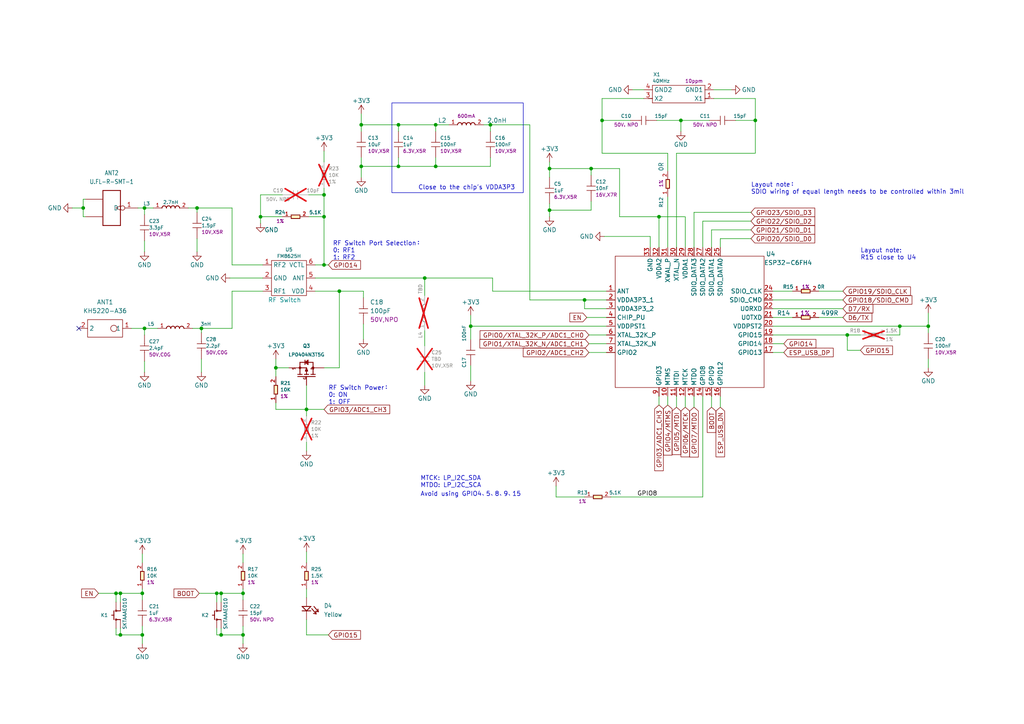
<source format=kicad_sch>
(kicad_sch (version 20250114) (generator "eeschema") (generator_version "9.0")
  (paper "A4")
  (rectangle (start 113.665 29.845) (end 151.765 55.88))
  (text "Avoid using GPIO4、5、8、9、15" (at 121.92 144.145 0) (effects (font (size 1.27 1.27)) (justify left bottom)))
  (text "RF Switch Power：\n0: ON\n1: OFF" (at 95.25 117.475 0) (effects (font (size 1.27 1.27)) (justify left bottom)))
  (text "Layout note:\nR15 close to U4" (at 249.555 75.565 0) (effects (font (size 1.27 1.27)) (justify left bottom)))
  (text "Close to the chip's VDDA3P3" (at 121.285 55.245 0) (effects (font (size 1.27 1.27)) (justify left bottom)))
  (text "Layout note：\nSDIO wiring of equal length needs to be controlled within 3mil" (at 217.805 56.515 0) (effects (font (size 1.27 1.27)) (justify left bottom)))
  (text "RF Switch Port Selection：\n0: RF1\n1: RF2" (at 96.52 75.565 0) (effects (font (size 1.27 1.27)) (justify left bottom)))
  (text "MTCK: LP_I2C_SDA\nMTDO: LP_I2C_SCA" (at 121.92 141.605 0) (effects (font (size 1.27 1.27)) (justify left bottom)))
  (junction (at 41.91 95.25))
  (junction (at 88.9 118.745))
  (junction (at 126.365 48.26))
  (junction (at 33.655 172.085))
  (junction (at 245.745 97.155))
  (junction (at 98.425 84.455))
  (junction (at 70.485 184.15))
  (junction (at 104.775 36.195))
  (junction (at 115.57 36.195))
  (junction (at 197.485 34.925))
  (junction (at 126.365 36.195))
  (junction (at 62.865 172.085))
  (junction (at 159.385 60.96))
  (junction (at 123.19 80.645))
  (junction (at 104.775 48.26))
  (junction (at 191.135 62.865))
  (junction (at 57.15 60.325))
  (junction (at 269.24 94.615))
  (junction (at 75.565 62.865))
  (junction (at 58.42 95.25))
  (junction (at 41.275 184.15))
  (junction (at 93.98 56.515))
  (junction (at 64.135 184.15))
  (junction (at 219.075 34.925))
  (junction (at 159.385 48.895))
  (junction (at 41.275 172.085))
  (junction (at 64.135 172.085))
  (junction (at 174.625 34.925))
  (junction (at 93.98 62.865))
  (junction (at 93.98 76.835))
  (junction (at 136.525 94.615))
  (junction (at 80.01 106.68))
  (junction (at 169.545 86.995))
  (junction (at 115.57 48.26))
  (junction (at 34.925 172.085))
  (junction (at 260.985 94.615))
  (junction (at 24.13 60.325))
  (junction (at 41.91 60.325))
  (junction (at 171.45 48.895))
  (junction (at 142.24 36.195))
  (junction (at 34.925 184.15))
  (junction (at 70.485 172.085))
  (no_connect (at 22.86 95.25))
  (wire (pts (xy 33.655 172.085) (xy 34.925 172.085)))
  (wire (pts (xy 201.295 61.595) (xy 201.295 71.755)))
  (wire (pts (xy 88.9 128.27) (xy 88.9 130.81)))
  (wire (pts (xy 115.57 36.195) (xy 115.57 38.1)))
  (wire (pts (xy 245.745 101.6) (xy 245.745 97.155)))
  (wire (pts (xy 34.925 182.245) (xy 34.925 184.15)))
  (wire (pts (xy 88.9 160.02) (xy 88.9 163.195)))
  (wire (pts (xy 24.13 62.865) (xy 24.13 60.325)))
  (wire (pts (xy 67.31 76.835) (xy 67.31 60.325)))
  (wire (pts (xy 237.49 92.075) (xy 244.475 92.075)))
  (wire (pts (xy 179.705 48.895) (xy 171.45 48.895)))
  (wire (pts (xy 136.525 91.44) (xy 136.525 94.615)))
  (wire (pts (xy 58.42 104.14) (xy 58.42 107.95)))
  (wire (pts (xy 33.655 182.245) (xy 33.655 184.15)))
  (wire (pts (xy 193.675 44.45) (xy 193.675 49.53)))
  (wire (pts (xy 93.98 106.68) (xy 98.425 106.68)))
  (wire (pts (xy 64.135 172.085) (xy 64.135 174.625)))
  (wire (pts (xy 80.01 106.68) (xy 83.82 106.68)))
  (wire (pts (xy 177.165 144.145) (xy 203.835 144.145)))
  (wire (pts (xy 169.545 89.535) (xy 169.545 86.995)))
  (wire (pts (xy 34.925 184.15) (xy 41.275 184.15)))
  (wire (pts (xy 174.625 34.925) (xy 174.625 44.45)))
  (wire (pts (xy 93.98 56.515) (xy 93.98 62.865)))
  (wire (pts (xy 206.375 114.935) (xy 206.375 118.11)))
  (wire (pts (xy 175.895 89.535) (xy 169.545 89.535)))
  (wire (pts (xy 80.01 106.68) (xy 80.01 109.22)))
  (wire (pts (xy 174.625 28.575) (xy 174.625 34.925)))
  (wire (pts (xy 224.155 102.235) (xy 227.33 102.235)))
  (wire (pts (xy 186.69 28.575) (xy 174.625 28.575)))
  (wire (pts (xy 224.155 92.075) (xy 229.87 92.075)))
  (wire (pts (xy 91.44 84.455) (xy 98.425 84.455)))
  (wire (pts (xy 123.19 80.645) (xy 123.19 85.725)))
  (wire (pts (xy 170.815 97.155) (xy 175.895 97.155)))
  (wire (pts (xy 213.36 34.925) (xy 219.075 34.925)))
  (wire (pts (xy 41.91 95.25) (xy 41.91 97.155)))
  (wire (pts (xy 70.485 170.815) (xy 70.485 172.085)))
  (wire (pts (xy 140.335 36.195) (xy 142.24 36.195)))
  (wire (pts (xy 24.13 60.325) (xy 24.13 57.785)))
  (wire (pts (xy 123.19 95.885) (xy 123.19 100.33)))
  (wire (pts (xy 38.1 95.25) (xy 41.91 95.25)))
  (wire (pts (xy 197.485 34.925) (xy 197.485 38.1)))
  (wire (pts (xy 198.755 62.865) (xy 191.135 62.865)))
  (wire (pts (xy 88.9 184.15) (xy 95.25 184.15)))
  (wire (pts (xy 175.895 84.455) (xy 142.875 84.455)))
  (wire (pts (xy 70.485 172.085) (xy 70.485 173.99)))
  (wire (pts (xy 70.485 160.655) (xy 70.485 163.195)))
  (wire (pts (xy 136.525 94.615) (xy 136.525 98.425)))
  (wire (pts (xy 105.41 93.98) (xy 105.41 98.425)))
  (wire (pts (xy 224.155 84.455) (xy 229.87 84.455)))
  (wire (pts (xy 33.655 174.625) (xy 33.655 172.085)))
  (wire (pts (xy 237.49 84.455) (xy 244.475 84.455)))
  (wire (pts (xy 123.19 107.95) (xy 123.19 111.76)))
  (wire (pts (xy 115.57 48.26) (xy 126.365 48.26)))
  (wire (pts (xy 67.31 60.325) (xy 57.15 60.325)))
  (wire (pts (xy 58.42 95.25) (xy 58.42 96.52)))
  (wire (pts (xy 171.45 48.895) (xy 171.45 50.8)))
  (wire (pts (xy 80.01 116.84) (xy 80.01 118.745)))
  (wire (pts (xy 136.525 106.045) (xy 136.525 110.49)))
  (wire (pts (xy 174.625 34.925) (xy 182.88 34.925)))
  (wire (pts (xy 198.755 71.755) (xy 198.755 62.865)))
  (wire (pts (xy 80.01 118.745) (xy 88.9 118.745)))
  (wire (pts (xy 115.57 45.72) (xy 115.57 48.26)))
  (wire (pts (xy 93.98 54.61) (xy 93.98 56.515)))
  (wire (pts (xy 105.41 84.455) (xy 98.425 84.455)))
  (wire (pts (xy 171.45 48.895) (xy 159.385 48.895)))
  (wire (pts (xy 208.915 114.935) (xy 208.915 118.11)))
  (wire (pts (xy 219.075 28.575) (xy 219.075 34.925)))
  (wire (pts (xy 41.275 184.15) (xy 41.275 186.69)))
  (wire (pts (xy 201.295 114.935) (xy 201.295 118.11)))
  (wire (pts (xy 175.26 68.58) (xy 188.595 68.58)))
  (wire (pts (xy 203.835 64.135) (xy 217.805 64.135)))
  (wire (pts (xy 104.775 45.72) (xy 104.775 48.26)))
  (wire (pts (xy 57.785 172.085) (xy 62.865 172.085)))
  (wire (pts (xy 153.67 86.995) (xy 169.545 86.995)))
  (wire (pts (xy 81.915 56.515) (xy 75.565 56.515)))
  (wire (pts (xy 41.275 170.815) (xy 41.275 172.085)))
  (wire (pts (xy 269.24 90.805) (xy 269.24 94.615)))
  (wire (pts (xy 217.805 66.675) (xy 206.375 66.675)))
  (wire (pts (xy 89.535 62.865) (xy 93.98 62.865)))
  (wire (pts (xy 93.98 43.815) (xy 93.98 46.99)))
  (wire (pts (xy 70.485 181.61) (xy 70.485 184.15)))
  (wire (pts (xy 80.01 104.14) (xy 80.01 106.68)))
  (wire (pts (xy 260.985 97.155) (xy 260.985 94.615)))
  (wire (pts (xy 224.155 99.695) (xy 227.33 99.695)))
  (wire (pts (xy 193.675 57.15) (xy 193.675 71.755)))
  (wire (pts (xy 62.865 174.625) (xy 62.865 172.085)))
  (wire (pts (xy 41.91 60.325) (xy 44.45 60.325)))
  (wire (pts (xy 91.44 76.835) (xy 93.98 76.835)))
  (wire (pts (xy 88.9 179.705) (xy 88.9 184.15)))
  (wire (pts (xy 136.525 94.615) (xy 175.895 94.615)))
  (wire (pts (xy 55.88 95.25) (xy 58.42 95.25)))
  (wire (pts (xy 224.155 86.995) (xy 244.475 86.995)))
  (wire (pts (xy 126.365 36.195) (xy 130.175 36.195)))
  (wire (pts (xy 183.515 26.035) (xy 186.69 26.035)))
  (wire (pts (xy 41.275 181.61) (xy 41.275 184.15)))
  (wire (pts (xy 75.565 56.515) (xy 75.565 62.865)))
  (wire (pts (xy 34.925 184.15) (xy 33.655 184.15)))
  (wire (pts (xy 224.155 97.155) (xy 245.745 97.155)))
  (wire (pts (xy 159.385 59.055) (xy 159.385 60.96)))
  (wire (pts (xy 104.775 33.02) (xy 104.775 36.195)))
  (wire (pts (xy 88.9 118.745) (xy 88.9 120.65)))
  (wire (pts (xy 161.29 140.97) (xy 161.29 144.145)))
  (wire (pts (xy 206.375 66.675) (xy 206.375 71.755)))
  (wire (pts (xy 159.385 60.96) (xy 159.385 62.865)))
  (wire (pts (xy 123.19 80.645) (xy 142.875 80.645)))
  (wire (pts (xy 41.91 95.25) (xy 45.72 95.25)))
  (wire (pts (xy 224.155 94.615) (xy 260.985 94.615)))
  (wire (pts (xy 269.24 94.615) (xy 269.24 96.52)))
  (wire (pts (xy 171.45 60.96) (xy 159.385 60.96)))
  (wire (pts (xy 54.61 60.325) (xy 57.15 60.325)))
  (wire (pts (xy 81.915 62.865) (xy 75.565 62.865)))
  (wire (pts (xy 179.705 62.865) (xy 179.705 48.895)))
  (wire (pts (xy 191.135 62.865) (xy 179.705 62.865)))
  (wire (pts (xy 224.155 89.535) (xy 244.475 89.535)))
  (wire (pts (xy 142.24 36.195) (xy 142.24 38.1)))
  (wire (pts (xy 208.915 69.215) (xy 208.915 71.755)))
  (wire (pts (xy 24.13 57.785) (xy 24.765 57.785)))
  (wire (pts (xy 196.215 114.935) (xy 196.215 118.11)))
  (wire (pts (xy 249.555 101.6) (xy 245.745 101.6)))
  (wire (pts (xy 75.565 62.865) (xy 75.565 64.77)))
  (wire (pts (xy 159.385 46.99) (xy 159.385 48.895)))
  (wire (pts (xy 190.5 34.925) (xy 197.485 34.925)))
  (wire (pts (xy 62.865 182.245) (xy 62.865 184.15)))
  (wire (pts (xy 170.815 102.235) (xy 175.895 102.235)))
  (wire (pts (xy 34.925 172.085) (xy 41.275 172.085)))
  (wire (pts (xy 41.275 160.655) (xy 41.275 163.195)))
  (wire (pts (xy 196.215 44.45) (xy 196.215 71.755)))
  (wire (pts (xy 64.135 172.085) (xy 70.485 172.085)))
  (wire (pts (xy 104.775 48.26) (xy 115.57 48.26)))
  (wire (pts (xy 98.425 84.455) (xy 98.425 106.68)))
  (wire (pts (xy 66.675 80.645) (xy 76.2 80.645)))
  (wire (pts (xy 219.075 34.925) (xy 219.075 44.45)))
  (wire (pts (xy 142.875 84.455) (xy 142.875 80.645)))
  (wire (pts (xy 104.775 36.195) (xy 115.57 36.195)))
  (wire (pts (xy 207.01 28.575) (xy 219.075 28.575)))
  (wire (pts (xy 105.41 84.455) (xy 105.41 86.36)))
  (wire (pts (xy 126.365 45.72) (xy 126.365 48.26)))
  (wire (pts (xy 257.175 97.155) (xy 260.985 97.155)))
  (wire (pts (xy 20.955 60.325) (xy 24.13 60.325)))
  (wire (pts (xy 64.135 182.245) (xy 64.135 184.15)))
  (wire (pts (xy 171.45 58.42) (xy 171.45 60.96)))
  (wire (pts (xy 64.135 184.15) (xy 62.865 184.15)))
  (wire (pts (xy 142.24 45.72) (xy 142.24 48.26)))
  (wire (pts (xy 67.31 84.455) (xy 76.2 84.455)))
  (wire (pts (xy 62.865 172.085) (xy 64.135 172.085)))
  (wire (pts (xy 70.485 184.15) (xy 70.485 186.69)))
  (wire (pts (xy 207.01 26.035) (xy 212.09 26.035)))
  (wire (pts (xy 159.385 48.895) (xy 159.385 51.435)))
  (wire (pts (xy 57.15 69.215) (xy 57.15 73.025)))
  (wire (pts (xy 88.9 170.815) (xy 88.9 173.355)))
  (wire (pts (xy 40.005 60.325) (xy 41.91 60.325)))
  (wire (pts (xy 104.775 36.195) (xy 104.775 38.1)))
  (wire (pts (xy 115.57 36.195) (xy 126.365 36.195)))
  (wire (pts (xy 57.15 60.325) (xy 57.15 61.595)))
  (wire (pts (xy 169.545 86.995) (xy 175.895 86.995)))
  (wire (pts (xy 191.135 62.865) (xy 191.135 71.755)))
  (wire (pts (xy 197.485 34.925) (xy 205.74 34.925)))
  (wire (pts (xy 28.575 172.085) (xy 33.655 172.085)))
  (wire (pts (xy 67.31 84.455) (xy 67.31 95.25)))
  (wire (pts (xy 170.18 92.075) (xy 175.895 92.075)))
  (wire (pts (xy 64.135 184.15) (xy 70.485 184.15)))
  (wire (pts (xy 245.745 97.155) (xy 249.555 97.155)))
  (wire (pts (xy 219.075 44.45) (xy 196.215 44.45)))
  (wire (pts (xy 88.9 118.745) (xy 93.98 118.745)))
  (wire (pts (xy 104.775 48.26) (xy 104.775 51.435)))
  (wire (pts (xy 41.91 69.85) (xy 41.91 73.025)))
  (wire (pts (xy 126.365 36.195) (xy 126.365 38.1)))
  (wire (pts (xy 93.98 76.835) (xy 95.25 76.835)))
  (wire (pts (xy 193.675 114.935) (xy 193.675 117.475)))
  (wire (pts (xy 170.815 99.695) (xy 175.895 99.695)))
  (wire (pts (xy 153.67 36.195) (xy 153.67 86.995)))
  (wire (pts (xy 260.985 94.615) (xy 269.24 94.615)))
  (wire (pts (xy 67.31 95.25) (xy 58.42 95.25)))
  (wire (pts (xy 142.24 36.195) (xy 153.67 36.195)))
  (wire (pts (xy 174.625 44.45) (xy 193.675 44.45)))
  (wire (pts (xy 217.805 61.595) (xy 201.295 61.595)))
  (wire (pts (xy 142.24 48.26) (xy 126.365 48.26)))
  (wire (pts (xy 41.91 104.775) (xy 41.91 107.95)))
  (wire (pts (xy 34.925 172.085) (xy 34.925 174.625)))
  (wire (pts (xy 161.29 144.145) (xy 169.545 144.145)))
  (wire (pts (xy 88.9 118.745) (xy 88.9 111.76)))
  (wire (pts (xy 93.98 62.865) (xy 93.98 76.835)))
  (wire (pts (xy 203.835 71.755) (xy 203.835 64.135)))
  (wire (pts (xy 203.835 144.145) (xy 203.835 114.935)))
  (wire (pts (xy 89.535 56.515) (xy 93.98 56.515)))
  (wire (pts (xy 191.135 114.935) (xy 191.135 117.475)))
  (wire (pts (xy 76.2 76.835) (xy 67.31 76.835)))
  (wire (pts (xy 91.44 80.645) (xy 123.19 80.645)))
  (wire (pts (xy 24.765 62.865) (xy 24.13 62.865)))
  (wire (pts (xy 217.805 69.215) (xy 208.915 69.215)))
  (wire (pts (xy 41.91 60.325) (xy 41.91 62.23)))
  (wire (pts (xy 188.595 68.58) (xy 188.595 71.755)))
  (wire (pts (xy 269.24 104.14) (xy 269.24 106.68)))
  (wire (pts (xy 198.755 114.935) (xy 198.755 118.11)))
  (wire (pts (xy 41.275 172.085) (xy 41.275 173.99)))
  (label "GPIO8" (at 184.785 144.145 0))
  (global_label "GPIO23{slash}SDIO_D3" (shape input) (at 217.805 61.595 0) (property "Intersheetrefs" "${INTERSHEET_REFS}" (effects (hide yes))))
  (global_label "BOOT" (shape input) (at 206.375 118.11 270) (property "Intersheetrefs" "${INTERSHEET_REFS}" (effects (hide yes))))
  (global_label "BOOT" (shape input) (at 57.785 172.085 180) (property "Intersheetrefs" "${INTERSHEET_REFS}" (effects (hide yes))))
  (global_label "GPIO3{slash}ADC1_CH3" (shape input) (at 93.98 118.745 0) (property "Intersheetrefs" "${INTERSHEET_REFS}" (effects (hide yes))))
  (global_label "D7{slash}RX" (shape input) (at 244.475 89.535 0) (property "Intersheetrefs" "${INTERSHEET_REFS}" (effects (hide yes))))
  (global_label "GPIO3{slash}ADC1_CH3" (shape input) (at 191.135 117.475 270) (property "Intersheetrefs" "${INTERSHEET_REFS}" (effects (hide yes))))
  (global_label "GPIO4{slash}MTMS" (shape input) (at 193.675 117.475 270) (property "Intersheetrefs" "${INTERSHEET_REFS}" (effects (hide yes))))
  (global_label "GPIO0{slash}XTAL_32K_P{slash}ADC1_CH0" (shape input) (at 170.815 97.155 180) (property "Intersheetrefs" "${INTERSHEET_REFS}" (effects (hide yes))))
  (global_label "ESP_USB_DP" (shape input) (at 227.33 102.235 0) (property "Intersheetrefs" "${INTERSHEET_REFS}" (effects (hide yes))))
  (global_label "GPIO14" (shape input) (at 95.25 76.835 0) (property "Intersheetrefs" "${INTERSHEET_REFS}" (effects (hide yes))))
  (global_label "D6{slash}TX" (shape input) (at 244.475 92.075 0) (property "Intersheetrefs" "${INTERSHEET_REFS}" (effects (hide yes))))
  (global_label "EN" (shape input) (at 170.18 92.075 180) (property "Intersheetrefs" "${INTERSHEET_REFS}" (effects (hide yes))))
  (global_label "GPIO7{slash}MTDO" (shape input) (at 201.295 118.11 270) (property "Intersheetrefs" "${INTERSHEET_REFS}" (effects (hide yes))))
  (global_label "GPIO18{slash}SDIO_CMD" (shape input) (at 244.475 86.995 0) (property "Intersheetrefs" "${INTERSHEET_REFS}" (effects (hide yes))))
  (global_label "GPIO1{slash}XTAL_32K_N{slash}ADC1_CH1" (shape input) (at 170.815 99.695 180) (property "Intersheetrefs" "${INTERSHEET_REFS}" (effects (hide yes))))
  (global_label "GPIO22{slash}SDIO_D2" (shape input) (at 217.805 64.135 0) (property "Intersheetrefs" "${INTERSHEET_REFS}" (effects (hide yes))))
  (global_label "GPIO5{slash}MTDI" (shape input) (at 196.215 118.11 270) (property "Intersheetrefs" "${INTERSHEET_REFS}" (effects (hide yes))))
  (global_label "GPIO15" (shape input) (at 95.25 184.15 0) (property "Intersheetrefs" "${INTERSHEET_REFS}" (effects (hide yes))))
  (global_label "ESP_USB_DN" (shape input) (at 208.915 118.11 270) (property "Intersheetrefs" "${INTERSHEET_REFS}" (effects (hide yes))))
  (global_label "GPIO14" (shape input) (at 227.33 99.695 0) (property "Intersheetrefs" "${INTERSHEET_REFS}" (effects (hide yes))))
  (global_label "EN" (shape input) (at 28.575 172.085 180) (property "Intersheetrefs" "${INTERSHEET_REFS}" (effects (hide yes))))
  (global_label "GPIO21{slash}SDIO_D1" (shape input) (at 217.805 66.675 0) (property "Intersheetrefs" "${INTERSHEET_REFS}" (effects (hide yes))))
  (global_label "GPIO2{slash}ADC1_CH2" (shape input) (at 170.815 102.235 180) (property "Intersheetrefs" "${INTERSHEET_REFS}" (effects (hide yes))))
  (global_label "GPIO20{slash}SDIO_D0" (shape input) (at 217.805 69.215 0) (property "Intersheetrefs" "${INTERSHEET_REFS}" (effects (hide yes))))
  (global_label "GPIO19{slash}SDIO_CLK" (shape input) (at 244.475 84.455 0) (property "Intersheetrefs" "${INTERSHEET_REFS}" (effects (hide yes))))
  (global_label "GPIO6{slash}MTCK" (shape input) (at 198.755 118.11 270) (property "Intersheetrefs" "${INTERSHEET_REFS}" (effects (hide yes))))
  (global_label "GPIO15" (shape input) (at 249.555 101.6 0) (property "Intersheetrefs" "${INTERSHEET_REFS}" (effects (hide yes))))
  (symbol (lib_id "Seeed_libadl:Resistors/301010523") (at 253.365 97.155 0) (unit 1) (dnp yes)
    (property "Reference" "R18" (at 249.555 95.885 0) (effects (font (size 1 1)) (justify right)))
    (property "Value" "1.5K" (at 260.35 95.885 0) (effects (font (size 1 1)) (justify right)))
    (property "Footprint" "Resistor:R0201" (effects (hide yes)))
    (property "Manufacturer" "YAGEO" (effects (hide yes)))
    (property "MPN" "RC0201FR-071K5L" (effects (hide yes)))
    (property "SKU" "301010522" (effects (hide yes)))
    (property "Resistance" "1K" (effects (hide yes)))
    (property "Part Type" "RES" (effects (hide yes)))
    (property "Power Rating" "1%" (at 259.08 98.425 0) (effects (font (size 1 1)) (justify right)))
    (property "Status" "ST" (effects (hide yes)))
    (property "Temperature" "-55°C to 125°C" (effects (hide yes)))
  )
  (symbol (lib_id "P & G:GND") (at 88.9 130.81 0) (unit 1)
    (property "Reference" "#PWR049" (effects (hide yes)))
    (property "Value" "GND" (at 88.9 134.62 0))
    (instances (project "XIAO_CV1812C_Rev1.0" (path "" (reference "#PWR059") (unit 1)) (path "" (reference "#PWR021") (unit 1))) (project "XIAO ESP32 C6" (path "" (reference "#PWR049") (unit 1))))
  )
  (symbol (lib_id "Seeed_libadl:Capacitors/302010053") (at 104.775 41.91 0) (unit 1)
    (property "Reference" "C13" (at 106.68 40.0051 0) (effects (font (size 1 1)) (justify left)))
    (property "Value" "10uF" (at 106.68 41.91 0) (effects (font (size 1 1)) (justify left)))
    (property "Footprint" "Capacitor:C0402" (effects (hide yes)))
    (property "Manufacturer" "YAGEO" (effects (hide yes)))
    (property "MPN" "CC0402MRX5R6BB106" (effects (hide yes)))
    (property "SKU" "302010519" (effects (hide yes)))
    (property "Part Type" "Ceramic" (effects (hide yes)))
    (property "Voltage Rating" "10V,X5R" (at 106.68 43.8151 0) (effects (font (size 1 1)) (justify left)))
    (property "Status" "ST" (effects (hide yes)))
    (property "Temperature" "-55°C to 85°C" (effects (hide yes)))
  )
  (symbol (lib_id "P & G:+3V3") (at 161.29 140.97 0) (unit 1)
    (property "Reference" "#PWR028" (effects (hide yes)))
    (property "Value" "+3V3" (at 161.29 137.16 0))
    (instances (project "XIAO_CV1812C_Rev1.0" (path "" (reference "#PWR066") (unit 1)) (path "" (reference "#PWR013") (unit 1)) (path "" (reference "#PWR08") (unit 1)) (path "" (reference "#PWR08") (unit 1))) (project "XIAO ESP32 C6" (path "" (reference "#PWR028") (unit 1))))
  )
  (symbol (lib_id "Seeed_libadl:Inductor/303010824") (at 123.19 90.805 90) (unit 1) (dnp yes)
    (property "Reference" "L4" (at 121.92 97.155 0) (effects (font (size 1 1))))
    (property "Value" "TBD" (at 121.92 83.82 0) (effects (font (size 1 1))))
    (property "Footprint" "Inductor:L0201" (effects (hide yes)))
    (property "Manufacturer" "Murata" (effects (hide yes)))
    (property "Part Type" "L" (effects (hide yes)))
    (property "Status" "Tracker" (effects (hide yes)))
    (property "Temperature" "-55°C to 125°C" (effects (hide yes)))
  )
  (symbol (lib_id "Seeed_libadl:Diode/304090746") (at 88.9 175.895 270) (unit 1)
    (property "Reference" "D4" (at 93.98 175.7044 90) (effects (font (size 1.27 1.0795)) (justify left)))
    (property "Value" "Yellow" (at 93.98 178.2444 90) (effects (font (size 1.27 1.0795)) (justify left)))
    (property "Footprint" "Diode:LED-0402" (effects (hide yes)))
    (property "Manufacturer" "Everlight" (effects (hide yes)))
    (property "MPN" "16-213/Y2C-AN2Q1B/3T" (effects (hide yes)))
    (property "SKU" "304090746" (effects (hide yes)))
    (property "Part Type" "LED" (effects (hide yes)))
    (property "Status" "ST_AI_CAMERA" (effects (hide yes)))
  )
  (symbol (lib_id "P & G:GND") (at 41.91 73.025 0) (unit 1)
    (property "Reference" "#PWR040" (effects (hide yes)))
    (property "Value" "GND" (at 41.91 76.835 0))
    (instances (project "XIAO_CV1812C_Rev1.0" (path "" (reference "#PWR059") (unit 1)) (path "" (reference "#PWR021") (unit 1))) (project "XIAO ESP32 C6" (path "" (reference "#PWR040") (unit 1))))
  )
  (symbol (lib_id "P & G:+3V3") (at 88.9 160.02 0) (unit 1)
    (property "Reference" "#PWR046" (effects (hide yes)))
    (property "Value" "+3V3" (at 88.9 156.21 0))
    (instances (project "XIAO_CV1812C_Rev1.0" (path "" (reference "#PWR066") (unit 1)) (path "" (reference "#PWR013") (unit 1)) (path "" (reference "#PWR08") (unit 1)) (path "" (reference "#PWR08") (unit 1))) (project "XIAO ESP32 C6" (path "" (reference "#PWR046") (unit 1))))
  )
  (symbol (lib_id "Seeed_libadl:Inductor/303010824") (at 135.255 36.195 0) (unit 1)
    (property "Reference" "L2" (at 128.27 34.925 0))
    (property "Value" "2.0nH" (at 144.145 34.925 0))
    (property "Footprint" "Inductor:L0201" (effects (hide yes)))
    (property "Manufacturer" "Murata" (effects (hide yes)))
    (property "MPN" "LQP03HQ2N0B02D" (effects (hide yes)))
    (property "SKU" "303011753" (effects (hide yes)))
    (property "Part Type" "L" (effects (hide yes)))
    (property "Rating" "600mA" (at 135.255 33.655 0) (effects (font (size 1 1))))
    (property "Status" "Tracker" (effects (hide yes)))
    (property "Temperature" "-55°C to 125°C" (effects (hide yes)))
  )
  (symbol (lib_id "Seeed_libadl:Resistors/301010525") (at 233.68 84.455 0) (unit 1)
    (property "Reference" "R15" (at 228.6 83.185 0) (effects (font (size 1 1))))
    (property "Value" "0R" (at 238.125 83.185 0) (effects (font (size 1 1))))
    (property "Footprint" "Resistor:R0201" (effects (hide yes)))
    (property "Manufacturer" "YAGEO" (effects (hide yes)))
    (property "MPN" "RC0201FR-070RL" (effects (hide yes)))
    (property "SKU" "301010525" (effects (hide yes)))
    (property "Resistance" "0R" (effects (hide yes)))
    (property "Part Type" "RES" (effects (hide yes)))
    (property "Power Rating" "1%" (at 233.68 83.185 0) (effects (font (size 1 1))))
    (property "Status" "BeagleBone AI TDA4VM" (effects (hide yes)))
    (property "Temperature" "-55°C to 125°C" (effects (hide yes)))
  )
  (symbol (lib_id "Seeed_libadl:Switch/311021459") (at 33.655 178.435 90) (unit 1)
    (property "Reference" "K1" (at 29.21 178.435 90) (effects (font (size 1 1)) (justify right)))
    (property "Value" "SKTAAAE010" (at 36.195 173.355 0) (effects (font (size 1 1)) (justify right)))
    (property "Footprint" "Switch:SW4-SMD-2.8-2.6X1.6X0.53MM" (effects (hide yes)))
    (property "Manufacturer" "ALPSALPINE" (effects (hide yes)))
    (property "MPN" "SKTAAAE010" (effects (hide yes)))
    (property "SKU" "311021459" (effects (hide yes)))
    (property "Part Type" "Button" (effects (hide yes)))
    (property "Temperature" "-30°C to 85°C" (effects (hide yes)))
  )
  (symbol (lib_id "P & G:+3V3") (at 136.525 91.44 0) (unit 1)
    (property "Reference" "#PWR027" (effects (hide yes)))
    (property "Value" "+3V3" (at 136.525 87.63 0))
    (instances (project "XIAO_CV1812C_Rev1.0" (path "" (reference "#PWR066") (unit 1)) (path "" (reference "#PWR013") (unit 1)) (path "" (reference "#PWR08") (unit 1)) (path "" (reference "#PWR08") (unit 1))) (project "XIAO ESP32 C6" (path "" (reference "#PWR027") (unit 1))))
  )
  (symbol (lib_id "Seeed_libadl:Capacitors/302010270") (at 115.57 41.91 0) (unit 1)
    (property "Reference" "C14" (at 116.84 40.005 0) (effects (font (size 1 1)) (justify left)))
    (property "Value" "1uF" (at 116.84 41.91 0) (effects (font (size 1 1)) (justify left)))
    (property "Footprint" "Capacitor:C0201" (effects (hide yes)))
    (property "Manufacturer" "YAGEO" (effects (hide yes)))
    (property "MPN" "CC0201MRX5R5BB105" (effects (hide yes)))
    (property "SKU" "302010270" (effects (hide yes)))
    (property "Part Type" "Ceramic" (effects (hide yes)))
    (property "Voltage Rating" "6.3V,X5R" (at 116.84 43.815 0) (effects (font (size 1 1)) (justify left)))
    (property "Status" "ODYSSEY-i.MX8M" (effects (hide yes)))
    (property "Temperature" "-55°C to 85°C" (effects (hide yes)))
  )
  (symbol (lib_id "Seeed_libadl:Resistors/301010526") (at 41.275 167.005 90) (unit 1)
    (property "Reference" "R16" (at 42.545 165.1 90) (effects (font (size 1 1)) (justify right)))
    (property "Value" "10K" (at 42.545 167.0049 90) (effects (font (size 1 1)) (justify right)))
    (property "Footprint" "Resistor:R0201" (effects (hide yes)))
    (property "Manufacturer" "YAGEO" (effects (hide yes)))
    (property "MPN" "RC0201FR-0710KL" (effects (hide yes)))
    (property "SKU" "301010526" (effects (hide yes)))
    (property "Resistance" "10K" (effects (hide yes)))
    (property "Part Type" "RES" (effects (hide yes)))
    (property "Power Rating" "1%" (at 42.545 168.91 90) (effects (font (size 1 1)) (justify right)))
    (property "Status" "BeagleBone AI TDA4VM" (effects (hide yes)))
    (property "Temperature" "-55°C to 125°C" (effects (hide yes)))
  )
  (symbol (lib_id "P & G:GND") (at 105.41 98.425 0) (unit 1)
    (property "Reference" "#PWR044" (effects (hide yes)))
    (property "Value" "GND" (at 105.41 102.235 0))
    (instances (project "XIAO_CV1812C_Rev1.0" (path "" (reference "#PWR059") (unit 1)) (path "" (reference "#PWR021") (unit 1))) (project "XIAO ESP32 C6" (path "" (reference "#PWR044") (unit 1))))
  )
  (symbol (lib_id "Seeed_libadl:Capacitors/302010271") (at 136.525 102.235 0) (unit 1)
    (property "Reference" "C17" (at 134.62 106.68 90) (effects (font (size 1 1)) (justify left)))
    (property "Value" "100nF" (at 134.62 99.06 90) (effects (font (size 1 1)) (justify left)))
    (property "Footprint" "Capacitor:C0201" (effects (hide yes)))
    (property "Manufacturer" "YAGEO" (effects (hide yes)))
    (property "MPN" "CC0201KRX5R6BB104" (effects (hide yes)))
    (property "SKU" "302010271" (effects (hide yes)))
    (property "Part Type" "Ceramic" (effects (hide yes)))
    (property "Voltage Rating" "10V,X5R" (effects (hide yes)))
    (property "Status" "ODYSSEY-i.MX8M" (effects (hide yes)))
    (property "Temperature" "-55°C to 85°C" (effects (hide yes)))
  )
  (symbol (lib_id "Seeed_libadl:Capacitors/302010367") (at 70.485 177.8 0) (unit 1)
    (property "Reference" "C22" (at 72.39 175.8951 0) (effects (font (size 1 1)) (justify left)))
    (property "Value" "15pF" (at 72.39 177.8 0) (effects (font (size 1 1)) (justify left)))
    (property "Footprint" "Capacitor:C0201" (effects (hide yes)))
    (property "Manufacturer" "YAGEO" (effects (hide yes)))
    (property "MPN" "CC0201JRNPO9BN150" (effects (hide yes)))
    (property "SKU" "302013320" (effects (hide yes)))
    (property "Part Type" "Ceramic" (effects (hide yes)))
    (property "Voltage Rating" "50V，NPO" (at 72.39 179.7051 0) (effects (font (size 1 1)) (justify left)))
    (property "Status" "TRACKER" (effects (hide yes)))
    (property "Temperature" "-55℃ to 125℃" (effects (hide yes)))
  )
  (symbol (lib_id "P & G:GND") (at 41.91 107.95 0) (unit 1)
    (property "Reference" "#PWR047" (effects (hide yes)))
    (property "Value" "GND" (at 41.91 111.76 0))
    (instances (project "XIAO_CV1812C_Rev1.0" (path "" (reference "#PWR059") (unit 1)) (path "" (reference "#PWR021") (unit 1))) (project "XIAO ESP32 C6" (path "" (reference "#PWR047") (unit 1))))
  )
  (symbol (lib_id "P & G:+3V3") (at 159.385 46.99 0) (unit 1)
    (property "Reference" "#PWR022" (effects (hide yes)))
    (property "Value" "+3V3" (at 159.385 43.18 0))
    (instances (project "XIAO_CV1812C_Rev1.0" (path "" (reference "#PWR066") (unit 1)) (path "" (reference "#PWR013") (unit 1)) (path "" (reference "#PWR08") (unit 1)) (path "" (reference "#PWR08") (unit 1))) (project "XIAO ESP32 C6" (path "" (reference "#PWR022") (unit 1))))
  )
  (symbol (lib_id "P & G:GND") (at 183.515 26.035 270) (unit 1)
    (property "Reference" "#PWR019" (effects (hide yes)))
    (property "Value" "GND" (at 178.435 26.035 90))
    (instances (project "XIAO_CV1812C_Rev1.0" (path "" (reference "#PWR059") (unit 1)) (path "" (reference "#PWR021") (unit 1))) (project "XIAO ESP32 C6" (path "" (reference "#PWR019") (unit 1))))
  )
  (symbol (lib_id "Seeed_libadl:Capacitors/302010270") (at 159.385 55.245 0) (unit 1)
    (property "Reference" "C5" (at 160.655 53.34 0) (effects (font (size 1 1)) (justify left)))
    (property "Value" "1uF" (at 160.655 55.245 0) (effects (font (size 1 1)) (justify left)))
    (property "Footprint" "Capacitor:C0201" (effects (hide yes)))
    (property "Manufacturer" "YAGEO" (effects (hide yes)))
    (property "MPN" "CC0201MRX5R5BB105" (effects (hide yes)))
    (property "SKU" "302010270" (effects (hide yes)))
    (property "Part Type" "Ceramic" (effects (hide yes)))
    (property "Voltage Rating" "6.3V,X5R" (at 160.655 57.15 0) (effects (font (size 1 1)) (justify left)))
    (property "Status" "ODYSSEY-i.MX8M" (effects (hide yes)))
    (property "Temperature" "-55°C to 85°C" (effects (hide yes)))
  )
  (symbol (lib_id "Seeed_libadl:Capacitors/302010271") (at 126.365 41.91 0) (unit 1)
    (property "Reference" "C15" (at 127.635 40.005 0) (effects (font (size 1 1)) (justify left)))
    (property "Value" "100nF" (at 127.635 41.91 0) (effects (font (size 1 1)) (justify left)))
    (property "Footprint" "Capacitor:C0201" (effects (hide yes)))
    (property "Manufacturer" "YAGEO" (effects (hide yes)))
    (property "MPN" "CC0201KRX5R6BB104" (effects (hide yes)))
    (property "SKU" "302010271" (effects (hide yes)))
    (property "Part Type" "Ceramic" (effects (hide yes)))
    (property "Voltage Rating" "10V,X5R" (at 127.635 43.815 0) (effects (font (size 1 1)) (justify left)))
    (property "Status" "ODYSSEY-i.MX8M" (effects (hide yes)))
    (property "Temperature" "-55°C to 85°C" (effects (hide yes)))
  )
  (symbol (lib_id "Seeed_libadl:Resistors/301010526") (at 88.9 124.46 90) (unit 1) (dnp yes)
    (property "Reference" "R22" (at 90.17 122.555 90) (effects (font (size 1 1)) (justify right)))
    (property "Value" "10K" (at 90.17 124.4599 90) (effects (font (size 1 1)) (justify right)))
    (property "Footprint" "Resistor:R0201" (effects (hide yes)))
    (property "Manufacturer" "YAGEO" (effects (hide yes)))
    (property "MPN" "RC0201FR-0710KL" (effects (hide yes)))
    (property "SKU" "301010526" (effects (hide yes)))
    (property "Resistance" "10K" (effects (hide yes)))
    (property "Part Type" "RES" (effects (hide yes)))
    (property "Power Rating" "1%" (at 90.17 126.365 90) (effects (font (size 1 1)) (justify right)))
    (property "Status" "BeagleBone AI TDA4VM" (effects (hide yes)))
    (property "Temperature" "-55°C to 125°C" (effects (hide yes)))
  )
  (symbol (lib_id "Seeed_libadl:Mosfet/305031466") (at 88.9 106.68 270) (mirror x) (unit 1)
    (property "Reference" "Q3" (at 88.9 100.33 90) (effects (font (size 1 1))))
    (property "Value" "LP0404N3T5G" (at 88.9 102.87 90) (effects (font (size 1 1))))
    (property "Footprint" "Mosfet:PMOS_1.0X0.6X0.35MM" (effects (hide yes)))
    (property "Manufacturer" "LRC" (effects (hide yes)))
    (property "MPN" "LP0404N3T5G" (effects (hide yes)))
    (property "SKU" "305031466" (effects (hide yes)))
    (property "Part Type" "PMOS" (effects (hide yes)))
    (property "Temperature" "-50°C to 150°C" (effects (hide yes)))
  )
  (symbol (lib_id "Seeed_libadl:Capacitors/302010271") (at 142.24 41.91 0) (unit 1)
    (property "Reference" "C16" (at 143.51 40.005 0) (effects (font (size 1 1)) (justify left)))
    (property "Value" "100nF" (at 143.51 41.91 0) (effects (font (size 1 1)) (justify left)))
    (property "Footprint" "Capacitor:C0201" (effects (hide yes)))
    (property "Manufacturer" "YAGEO" (effects (hide yes)))
    (property "MPN" "CC0201KRX5R6BB104" (effects (hide yes)))
    (property "SKU" "302010271" (effects (hide yes)))
    (property "Part Type" "Ceramic" (effects (hide yes)))
    (property "Voltage Rating" "10V,X5R" (at 143.51 43.815 0) (effects (font (size 1 1)) (justify left)))
    (property "Status" "ODYSSEY-i.MX8M" (effects (hide yes)))
    (property "Temperature" "-55°C to 85°C" (effects (hide yes)))
  )
  (symbol (lib_id "P & G:GND") (at 159.385 62.865 0) (unit 1)
    (property "Reference" "#PWR023" (effects (hide yes)))
    (property "Value" "GND" (at 159.385 66.675 0))
    (instances (project "XIAO_CV1812C_Rev1.0" (path "" (reference "#PWR059") (unit 1)) (path "" (reference "#PWR021") (unit 1))) (project "XIAO ESP32 C6" (path "" (reference "#PWR023") (unit 1))))
  )
  (symbol (lib_id "Seeed_libadl:Capacitors/302010271") (at 123.19 104.14 0) (unit 1) (dnp yes)
    (property "Reference" "C25" (at 125.095 102.235 0) (effects (font (size 1 1)) (justify left)))
    (property "Value" "TBD" (at 125.095 104.14 0) (effects (font (size 1 1)) (justify left)))
    (property "Footprint" "Capacitor:C0201" (effects (hide yes)))
    (property "Manufacturer" "YAGEO" (effects (hide yes)))
    (property "Part Type" "Ceramic" (effects (hide yes)))
    (property "Voltage Rating" "10V,X5R" (at 125.095 106.045 0) (effects (font (size 1 1)) (justify left)))
    (property "Status" "ODYSSEY-i.MX8M" (effects (hide yes)))
    (property "Temperature" "-55°C to 85°C" (effects (hide yes)))
  )
  (symbol (lib_id "Seeed_libadl:Resistors/301010885") (at 173.355 144.145 0) (unit 1)
    (property "Reference" "R13" (at 168.91 142.875 0) (effects (font (size 1 1))))
    (property "Value" "5.1K" (at 178.435 142.875 0) (effects (font (size 1 1))))
    (property "Footprint" "Resistor:R0201" (effects (hide yes)))
    (property "Manufacturer" "YAGEO" (effects (hide yes)))
    (property "MPN" "RC0201FR-075K1L" (effects (hide yes)))
    (property "SKU" "301010885" (effects (hide yes)))
    (property "Resistance" "5.1K" (effects (hide yes)))
    (property "Part Type" "RES" (effects (hide yes)))
    (property "Power Rating" "1%" (at 168.91 145.415 0) (effects (font (size 1 1))))
    (property "Status" "XIAO" (effects (hide yes)))
    (property "Temperature" "-55°C to 125°C" (effects (hide yes)))
  )
  (symbol (lib_id "Seeed_libadl:Capacitors/302010271") (at 269.24 100.33 0) (unit 1)
    (property "Reference" "C20" (at 271.145 98.4251 0) (effects (font (size 1 1)) (justify left)))
    (property "Value" "100nF" (at 271.145 100.33 0) (effects (font (size 1 1)) (justify left)))
    (property "Footprint" "Capacitor:C0201" (effects (hide yes)))
    (property "Manufacturer" "YAGEO" (effects (hide yes)))
    (property "MPN" "CC0201KRX5R6BB104" (effects (hide yes)))
    (property "SKU" "302010271" (effects (hide yes)))
    (property "Part Type" "Ceramic" (effects (hide yes)))
    (property "Voltage Rating" "10V,X5R" (at 271.145 102.2351 0) (effects (font (size 1 1)) (justify left)))
    (property "Status" "ODYSSEY-i.MX8M" (effects (hide yes)))
    (property "Temperature" "-55°C to 85°C" (effects (hide yes)))
  )
  (symbol (lib_id "Seeed_libadl:OSC & XTAL/306011365") (at 196.85 27.305 180) (unit 1)
    (property "Reference" "X1" (at 190.5 21.59 0) (effects (font (size 1 1))))
    (property "Value" "40MHz" (at 191.77 23.495 0) (effects (font (size 1 1))))
    (property "Footprint" "Crystal:X4-SMD-1.6X1.2MM" (effects (hide yes)))
    (property "Manufacturer" "CJ" (effects (hide yes)))
    (property "MPN" "CJ17-400001010B20" (effects (hide yes)))
    (property "SKU" "306011365" (effects (hide yes)))
    (property "Part Type" "Crystal" (effects (hide yes)))
    (property "Rating" "10ppm" (at 201.295 23.495 0) (effects (font (size 1 1))))
  )
  (symbol (lib_id "Seeed_libadl:Resistors/301010523") (at 88.9 167.005 90) (unit 1)
    (property "Reference" "R25" (at 90.17 165.1 90) (effects (font (size 1 1)) (justify right)))
    (property "Value" "1.5K" (at 90.17 167.0049 90) (effects (font (size 1 1)) (justify right)))
    (property "Footprint" "Resistor:R0201" (effects (hide yes)))
    (property "Manufacturer" "YAGEO" (effects (hide yes)))
    (property "MPN" "RC0201FR-071K5L" (effects (hide yes)))
    (property "SKU" "301010522" (effects (hide yes)))
    (property "Resistance" "1K" (effects (hide yes)))
    (property "Part Type" "RES" (effects (hide yes)))
    (property "Power Rating" "1%" (at 90.17 168.91 90) (effects (font (size 1 1)) (justify right)))
    (property "Status" "ST" (effects (hide yes)))
    (property "Temperature" "-55°C to 125°C" (effects (hide yes)))
  )
  (symbol (lib_id "Seeed_libadl:Capacitors/302010271") (at 58.42 100.33 0) (unit 1)
    (property "Reference" "C28" (at 59.69 98.425 0) (effects (font (size 1 1)) (justify left)))
    (property "Value" "2.2pF" (at 59.69 100.33 0) (effects (font (size 1 1)) (justify left)))
    (property "Footprint" "Capacitor:C0201" (effects (hide yes)))
    (property "Manufacturer" "Murata" (effects (hide yes)))
    (property "MPN" "GRM0335C1H2R2BA01D" (effects (hide yes)))
    (property "SKU" "N/A" (effects (hide yes)))
    (property "Part Type" "Ceramic" (effects (hide yes)))
    (property "Voltage Rating" "50V,C0G" (at 59.69 102.235 0) (effects (font (size 1 1)) (justify left)))
    (property "Status" "ODYSSEY-i.MX8M" (effects (hide yes)))
    (property "Temperature" "-55°C to 85°C" (effects (hide yes)))
  )
  (symbol (lib_name "Ic/_1") (lib_id "Seeed_libadl:Ic/") (at 83.82 80.645 0) (unit 1)
    (property "Reference" "U5" (at 83.82 72.39 0) (effects (font (size 1 1))))
    (property "Value" "FM8625H" (at 83.82 74.295 0) (effects (font (size 1 1))))
    (property "Footprint" "Ic:DFN6-0.4-1.1X0.7X0.45MM" (effects (hide yes)))
    (property "Manufacturer" "FM(富满)" (effects (hide yes)))
    (property "MPN" "FM8625H" (effects (hide yes)))
    (property "Part Type" "RF Switch" (effects (hide yes)))
    (property "Temperature" "-40°C to 90°C" (effects (hide yes)))
  )
  (symbol (lib_id "P & G:GND") (at 269.24 106.68 0) (unit 1)
    (property "Reference" "#PWR033" (effects (hide yes)))
    (property "Value" "GND" (at 269.24 110.49 0))
    (instances (project "XIAO_CV1812C_Rev1.0" (path "" (reference "#PWR059") (unit 1)) (path "" (reference "#PWR021") (unit 1))) (project "XIAO ESP32 C6" (path "" (reference "#PWR033") (unit 1))))
  )
  (symbol (lib_id "P & G:GND") (at 123.19 111.76 0) (unit 1)
    (property "Reference" "#PWR039" (effects (hide yes)))
    (property "Value" "GND" (at 123.19 115.57 0))
    (instances (project "XIAO_CV1812C_Rev1.0" (path "" (reference "#PWR059") (unit 1)) (path "" (reference "#PWR021") (unit 1))) (project "XIAO ESP32 C6" (path "" (reference "#PWR039") (unit 1))))
  )
  (symbol (lib_id "Seeed_libadl:Ic/") (at 198.755 92.075 0) (unit 1)
    (property "Reference" "U4" (at 223.52 73.66 0))
    (property "Value" "ESP32-C6FH4" (at 228.6 76.2 0))
    (property "Footprint" "Ic:QFN32-0.5-5X5MM" (effects (hide yes)))
    (property "Manufacturer" "Espressif" (effects (hide yes)))
    (property "MPN" "ESP32-C6FH4" (effects (hide yes)))
  )
  (symbol (lib_id "Seeed_libadl:Capacitors/302010271") (at 41.91 100.965 0) (unit 1)
    (property "Reference" "C27" (at 43.18 99.06 0) (effects (font (size 1 1)) (justify left)))
    (property "Value" "2.4pF" (at 43.18 100.965 0) (effects (font (size 1 1)) (justify left)))
    (property "Footprint" "Capacitor:C0201" (effects (hide yes)))
    (property "Manufacturer" "Murata" (effects (hide yes)))
    (property "MPN" "GRM0335C1H2R4BA01D" (effects (hide yes)))
    (property "SKU" "N/A" (effects (hide yes)))
    (property "Part Type" "Ceramic" (effects (hide yes)))
    (property "Voltage Rating" "50V,C0G" (at 43.18 102.87 0) (effects (font (size 1 1)) (justify left)))
    (property "Status" "ODYSSEY-i.MX8M" (effects (hide yes)))
    (property "Temperature" "-55°C to 85°C" (effects (hide yes)))
  )
  (symbol (lib_id "P & G:+3V3") (at 80.01 104.14 0) (unit 1)
    (property "Reference" "#PWR031" (effects (hide yes)))
    (property "Value" "+3V3" (at 80.01 100.33 0))
    (instances (project "XIAO_CV1812C_Rev1.0" (path "" (reference "#PWR066") (unit 1)) (path "" (reference "#PWR013") (unit 1)) (path "" (reference "#PWR08") (unit 1)) (path "" (reference "#PWR08") (unit 1))) (project "XIAO ESP32 C6" (path "" (reference "#PWR031") (unit 1))))
  )
  (symbol (lib_id "Seeed_libadl:Resistors/301010526") (at 80.01 113.03 90) (unit 1)
    (property "Reference" "R21" (at 81.28 111.125 90) (effects (font (size 1 1)) (justify right)))
    (property "Value" "10K" (at 81.28 113.0299 90) (effects (font (size 1 1)) (justify right)))
    (property "Footprint" "Resistor:R0201" (effects (hide yes)))
    (property "Manufacturer" "YAGEO" (effects (hide yes)))
    (property "MPN" "RC0201FR-0710KL" (effects (hide yes)))
    (property "SKU" "301010526" (effects (hide yes)))
    (property "Resistance" "10K" (effects (hide yes)))
    (property "Part Type" "RES" (effects (hide yes)))
    (property "Power Rating" "1%" (at 81.28 114.935 90) (effects (font (size 1 1)) (justify right)))
    (property "Status" "BeagleBone AI TDA4VM" (effects (hide yes)))
    (property "Temperature" "-55°C to 125°C" (effects (hide yes)))
  )
  (symbol (lib_id "Seeed_libadl:Capacitors/302010271") (at 57.15 65.405 0) (unit 1)
    (property "Reference" "C24" (at 58.42 63.5 0) (effects (font (size 1 1)) (justify left)))
    (property "Value" "1.5pF" (at 58.42 65.405 0) (effects (font (size 1 1)) (justify left)))
    (property "Footprint" "Capacitor:C0201" (effects (hide yes)))
    (property "Manufacturer" "YAGEO" (effects (hide yes)))
    (property "MPN" "CC0201BRNPO9BN1R5" (effects (hide yes)))
    (property "SKU" "302013025" (effects (hide yes)))
    (property "Part Type" "Ceramic" (effects (hide yes)))
    (property "Voltage Rating" "10V,X5R" (at 58.42 67.31 0) (effects (font (size 1 1)) (justify left)))
    (property "Status" "ODYSSEY-i.MX8M" (effects (hide yes)))
    (property "Temperature" "-55°C to 85°C" (effects (hide yes)))
  )
  (symbol (lib_id "P & G:+3V3") (at 104.775 33.02 0) (unit 1)
    (property "Reference" "#PWR024" (effects (hide yes)))
    (property "Value" "+3V3" (at 104.775 29.21 0))
    (instances (project "XIAO_CV1812C_Rev1.0" (path "" (reference "#PWR066") (unit 1)) (path "" (reference "#PWR013") (unit 1)) (path "" (reference "#PWR08") (unit 1)) (path "" (reference "#PWR08") (unit 1))) (project "XIAO ESP32 C6" (path "" (reference "#PWR024") (unit 1))))
  )
  (symbol (lib_id "Seeed_libadl:Switch/311021459") (at 62.865 178.435 90) (unit 1)
    (property "Reference" "K2" (at 58.42 178.435 90) (effects (font (size 1 1)) (justify right)))
    (property "Value" "SKTAAAE010" (at 65.405 173.355 0) (effects (font (size 1 1)) (justify right)))
    (property "Footprint" "Switch:SW4-SMD-2.8-2.6X1.6X0.53MM" (effects (hide yes)))
    (property "Manufacturer" "ALPSALPINE" (effects (hide yes)))
    (property "MPN" "SKTAAAE010" (effects (hide yes)))
    (property "SKU" "311021459" (effects (hide yes)))
    (property "Part Type" "Button" (effects (hide yes)))
    (property "Temperature" "-30°C to 85°C" (effects (hide yes)))
  )
  (symbol (lib_id "Seeed_libadl:Resistors/301010526") (at 93.98 50.8 90) (unit 1) (dnp yes)
    (property "Reference" "R23" (at 95.25 48.895 90) (effects (font (size 1 1)) (justify right)))
    (property "Value" "10K" (at 95.25 50.7999 90) (effects (font (size 1 1)) (justify right)))
    (property "Footprint" "Resistor:R0201" (effects (hide yes)))
    (property "Manufacturer" "YAGEO" (effects (hide yes)))
    (property "MPN" "RC0201FR-0710KL" (effects (hide yes)))
    (property "SKU" "301010526" (effects (hide yes)))
    (property "Resistance" "10K" (effects (hide yes)))
    (property "Part Type" "RES" (effects (hide yes)))
    (property "Power Rating" "1%" (at 95.25 52.705 90) (effects (font (size 1 1)) (justify right)))
    (property "Status" "BeagleBone AI TDA4VM" (effects (hide yes)))
    (property "Temperature" "-55°C to 125°C" (effects (hide yes)))
  )
  (symbol (lib_id "P & G:GND") (at 57.15 73.025 0) (unit 1)
    (property "Reference" "#PWR038" (effects (hide yes)))
    (property "Value" "GND" (at 57.15 76.835 0))
    (instances (project "XIAO_CV1812C_Rev1.0" (path "" (reference "#PWR059") (unit 1)) (path "" (reference "#PWR021") (unit 1))) (project "XIAO ESP32 C6" (path "" (reference "#PWR038") (unit 1))))
  )
  (symbol (lib_id "Seeed_libadl:Inductor/303010824") (at 49.53 60.325 0) (unit 1)
    (property "Reference" "L3" (at 42.545 59.055 0) (effects (font (size 1 1))))
    (property "Value" "2.7nH" (at 49.53 58.674 0) (effects (font (size 1 1))))
    (property "Footprint" "Inductor:L0201" (effects (hide yes)))
    (property "Manufacturer" "Murata" (effects (hide yes)))
    (property "MPN" "LQP03TN2N7B02D" (effects (hide yes)))
    (property "SKU" "303010094" (effects (hide yes)))
    (property "Part Type" "L" (effects (hide yes)))
    (property "Status" "Tracker" (effects (hide yes)))
    (property "Temperature" "-55°C to 125°C" (effects (hide yes)))
  )
  (symbol (lib_id "P & G:GND") (at 66.675 80.645 270) (unit 1)
    (property "Reference" "#PWR030" (effects (hide yes)))
    (property "Value" "GND" (at 61.595 80.645 90))
    (instances (project "XIAO_CV1812C_Rev1.0" (path "" (reference "#PWR059") (unit 1)) (path "" (reference "#PWR021") (unit 1))) (project "XIAO ESP32 C6" (path "" (reference "#PWR030") (unit 1))))
  )
  (symbol (lib_id "P & G:+3V3") (at 269.24 90.805 0) (unit 1)
    (property "Reference" "#PWR032" (effects (hide yes)))
    (property "Value" "+3V3" (at 269.24 86.995 0))
    (instances (project "XIAO_CV1812C_Rev1.0" (path "" (reference "#PWR066") (unit 1)) (path "" (reference "#PWR013") (unit 1)) (path "" (reference "#PWR08") (unit 1)) (path "" (reference "#PWR08") (unit 1))) (project "XIAO ESP32 C6" (path "" (reference "#PWR032") (unit 1))))
  )
  (symbol (lib_id "P & G:GND") (at 41.275 186.69 0) (unit 1)
    (property "Reference" "#PWR035" (effects (hide yes)))
    (property "Value" "GND" (at 41.275 190.5 0))
    (instances (project "XIAO_CV1812C_Rev1.0" (path "" (reference "#PWR059") (unit 1)) (path "" (reference "#PWR021") (unit 1))) (project "XIAO ESP32 C6" (path "" (reference "#PWR035") (unit 1))))
  )
  (symbol (lib_id "Seeed_libadl:Capacitors/302010420") (at 105.41 90.17 0) (unit 1)
    (property "Reference" "C18" (at 107.315 87.63 0) (effects (justify left)))
    (property "Value" "100pF" (at 107.315 90.17 0) (effects (justify left)))
    (property "Footprint" "Capacitor:C0201" (effects (hide yes)))
    (property "Manufacturer" "YAGEO" (effects (hide yes)))
    (property "MPN" "CC0201JRNPO9BN101" (effects (hide yes)))
    (property "SKU" "302010420" (effects (hide yes)))
    (property "Part Type" "100pF" (effects (hide yes)))
    (property "Voltage Rating" "50V,NPO" (at 107.315 92.71 0) (effects (justify left)))
    (property "Status" "XIAO" (effects (hide yes)))
    (property "Temperature" "-55°C to 125°C" (effects (hide yes)))
  )
  (symbol (lib_id "Seeed_libadl:Resistors/301010525") (at 193.675 53.34 90) (unit 1)
    (property "Reference" "R12" (at 191.77 57.15 0) (effects (font (size 1 1)) (justify right)))
    (property "Value" "0R" (at 191.77 46.99 0) (effects (justify right)))
    (property "Footprint" "Resistor:R0201" (effects (hide yes)))
    (property "Manufacturer" "YAGEO" (effects (hide yes)))
    (property "MPN" "RC0201FR-070RL" (effects (hide yes)))
    (property "SKU" "301010525" (effects (hide yes)))
    (property "Resistance" "0R" (effects (hide yes)))
    (property "Part Type" "RES" (effects (hide yes)))
    (property "Power Rating" "1%" (at 191.77 52.07 0) (effects (font (size 1 1)) (justify right)))
    (property "Status" "BeagleBone AI TDA4VM" (effects (hide yes)))
    (property "Temperature" "-55°C to 125°C" (effects (hide yes)))
  )
  (symbol (lib_id "Seeed_libadl:Connector/320111077") (at 32.385 60.325 0) (mirror y) (unit 1)
    (property "Reference" "ANT2" (at 32.385 50.165 0) (effects (font (size 1.27 1.0795))))
    (property "Value" "U.FL-R-SMT-1" (at 32.385 52.705 0) (effects (font (size 1.27 1.0795))))
    (property "Footprint" "Connector:U-FL3P-SMD-2.6X2.6X1.0MM" (effects (hide yes)))
    (property "Manufacturer" "HRS" (effects (hide yes)))
    (property "MPN" "U.FL-R-SMT-1" (effects (hide yes)))
    (property "SKU" "320111077" (effects (hide yes)))
    (property "Part Type" "ANT" (effects (hide yes)))
    (property "Temperature" "-40°C to 90°C" (effects (hide yes)))
  )
  (symbol (lib_id "P & G:+3V3") (at 41.275 160.655 0) (unit 1)
    (property "Reference" "#PWR034" (effects (hide yes)))
    (property "Value" "+3V3" (at 41.275 156.845 0))
    (instances (project "XIAO_CV1812C_Rev1.0" (path "" (reference "#PWR066") (unit 1)) (path "" (reference "#PWR013") (unit 1)) (path "" (reference "#PWR08") (unit 1)) (path "" (reference "#PWR08") (unit 1))) (project "XIAO ESP32 C6" (path "" (reference "#PWR034") (unit 1))))
  )
  (symbol (lib_id "P & G:GND") (at 104.775 51.435 0) (unit 1)
    (property "Reference" "#PWR025" (effects (hide yes)))
    (property "Value" "GND" (at 104.775 55.245 0))
    (instances (project "XIAO_CV1812C_Rev1.0" (path "" (reference "#PWR059") (unit 1)) (path "" (reference "#PWR021") (unit 1))) (project "XIAO ESP32 C6" (path "" (reference "#PWR025") (unit 1))))
  )
  (symbol (lib_id "Seeed_libadl:Capacitors/302010367") (at 209.55 34.925 90) (unit 1)
    (property "Reference" "C11" (at 204.47 33.655 90) (effects (font (size 1 1))))
    (property "Value" "15pF" (at 214.63 33.655 90) (effects (font (size 1 1))))
    (property "Footprint" "Capacitor:C0201" (effects (hide yes)))
    (property "Manufacturer" "YAGEO" (effects (hide yes)))
    (property "MPN" "CC0201JRNPO9BN150" (effects (hide yes)))
    (property "SKU" "302013320" (effects (hide yes)))
    (property "Part Type" "Ceramic" (effects (hide yes)))
    (property "Voltage Rating" "50V，NPO" (at 204.47 36.195 90) (effects (font (size 1 1))))
    (property "Status" "TRACKER" (effects (hide yes)))
    (property "Temperature" "-55℃ to 125℃" (effects (hide yes)))
  )
  (symbol (lib_id "P & G:GND") (at 58.42 107.95 0) (unit 1)
    (property "Reference" "#PWR048" (effects (hide yes)))
    (property "Value" "GND" (at 58.42 111.76 0))
    (instances (project "XIAO_CV1812C_Rev1.0" (path "" (reference "#PWR059") (unit 1)) (path "" (reference "#PWR021") (unit 1))) (project "XIAO ESP32 C6" (path "" (reference "#PWR048") (unit 1))))
  )
  (symbol (lib_id "Seeed_libadl:Capacitors/302010367") (at 186.69 34.925 90) (unit 1)
    (property "Reference" "C10" (at 181.61 33.655 90) (effects (font (size 1 1))))
    (property "Value" "15pF" (at 191.77 33.655 90) (effects (font (size 1 1))))
    (property "Footprint" "Capacitor:C0201" (effects (hide yes)))
    (property "Manufacturer" "YAGEO" (effects (hide yes)))
    (property "MPN" "CC0201JRNPO9BN150" (effects (hide yes)))
    (property "SKU" "302013320" (effects (hide yes)))
    (property "Part Type" "Ceramic" (effects (hide yes)))
    (property "Voltage Rating" "50V，NPO" (at 181.61 36.195 90) (effects (font (size 1 1))))
    (property "Status" "TRACKER" (effects (hide yes)))
    (property "Temperature" "-55℃ to 125℃" (effects (hide yes)))
  )
  (symbol (lib_id "Seeed_libadl:Capacitors/302010431") (at 171.45 54.61 0) (unit 1)
    (property "Reference" "C12" (at 172.72 52.705 0) (effects (font (size 1 1)) (justify left)))
    (property "Value" "10nF" (at 172.72 54.61 0) (effects (font (size 1 1)) (justify left)))
    (property "Footprint" "Capacitor:C0201" (effects (hide yes)))
    (property "Manufacturer" "YAGEO" (effects (hide yes)))
    (property "MPN" "CC0201KRX7R7BB103" (effects (hide yes)))
    (property "SKU" "302010431" (effects (hide yes)))
    (property "Part Type" "Ceramic" (effects (hide yes)))
    (property "Voltage Rating" "16V,X7R" (at 172.72 56.515 0) (effects (font (size 1 1)) (justify left)))
    (property "Status" "BeagleBone AI TDA4VM" (effects (hide yes)))
    (property "Temperature" "-55°C to 125°C" (effects (hide yes)))
  )
  (symbol (lib_id "P & G:+3V3") (at 70.485 160.655 0) (unit 1)
    (property "Reference" "#PWR036" (effects (hide yes)))
    (property "Value" "+3V3" (at 70.485 156.845 0))
    (instances (project "XIAO_CV1812C_Rev1.0" (path "" (reference "#PWR066") (unit 1)) (path "" (reference "#PWR013") (unit 1)) (path "" (reference "#PWR08") (unit 1)) (path "" (reference "#PWR08") (unit 1))) (project "XIAO ESP32 C6" (path "" (reference "#PWR036") (unit 1))))
  )
  (symbol (lib_id "Seeed_libadl:Inductor/303010824") (at 50.8 95.25 0) (unit 1)
    (property "Reference" "L5" (at 43.815 93.98 0) (effects (font (size 1 1))))
    (property "Value" "3nH" (at 59.69 93.98 0) (effects (font (size 1 1))))
    (property "Footprint" "Inductor:L0201" (effects (hide yes)))
    (property "Manufacturer" "Murata" (effects (hide yes)))
    (property "MPN" "LQP03TN3N0B02D" (effects (hide yes)))
    (property "SKU" "N/A" (effects (hide yes)))
    (property "Part Type" "L" (effects (hide yes)))
    (property "Status" "Tracker" (effects (hide yes)))
    (property "Temperature" "-55°C to 125°C" (effects (hide yes)))
  )
  (symbol (lib_id "P & G:GND") (at 175.26 68.58 270) (unit 1)
    (property "Reference" "#PWR021" (effects (hide yes)))
    (property "Value" "GND" (at 170.18 68.58 90))
    (instances (project "XIAO_CV1812C_Rev1.0" (path "" (reference "#PWR059") (unit 1)) (path "" (reference "#PWR021") (unit 1))) (project "XIAO ESP32 C6" (path "" (reference "#PWR021") (unit 1))))
  )
  (symbol (lib_id "Seeed_libadl:Resistors/301010526") (at 70.485 167.005 90) (unit 1)
    (property "Reference" "R17" (at 71.755 165.1 90) (effects (font (size 1 1)) (justify right)))
    (property "Value" "10K" (at 71.755 167.0049 90) (effects (font (size 1 1)) (justify right)))
    (property "Footprint" "Resistor:R0201" (effects (hide yes)))
    (property "Manufacturer" "YAGEO" (effects (hide yes)))
    (property "MPN" "RC0201FR-0710KL" (effects (hide yes)))
    (property "SKU" "301010526" (effects (hide yes)))
    (property "Resistance" "10K" (effects (hide yes)))
    (property "Part Type" "RES" (effects (hide yes)))
    (property "Power Rating" "1%" (at 71.755 168.91 90) (effects (font (size 1 1)) (justify right)))
    (property "Status" "BeagleBone AI TDA4VM" (effects (hide yes)))
    (property "Temperature" "-55°C to 125°C" (effects (hide yes)))
  )
  (symbol (lib_id "P & G:GND") (at 197.485 38.1 0) (unit 1)
    (property "Reference" "#PWR018" (effects (hide yes)))
    (property "Value" "GND" (at 197.485 41.91 0))
    (instances (project "XIAO_CV1812C_Rev1.0" (path "" (reference "#PWR059") (unit 1)) (path "" (reference "#PWR021") (unit 1))) (project "XIAO ESP32 C6" (path "" (reference "#PWR018") (unit 1))))
  )
  (symbol (lib_id "P & G:GND") (at 20.955 60.325 270) (unit 1)
    (property "Reference" "#PWR029" (effects (hide yes)))
    (property "Value" "GND" (at 15.875 60.325 90))
    (instances (project "XIAO_CV1812C_Rev1.0" (path "" (reference "#PWR059") (unit 1)) (path "" (reference "#PWR021") (unit 1))) (project "XIAO ESP32 C6" (path "" (reference "#PWR029") (unit 1))))
  )
  (symbol (lib_id "Seeed_libadl:Capacitors/302010270") (at 41.275 177.8 0) (unit 1)
    (property "Reference" "C21" (at 43.18 175.8951 0) (effects (font (size 1 1)) (justify left)))
    (property "Value" "1uF" (at 43.18 177.8 0) (effects (font (size 1 1)) (justify left)))
    (property "Footprint" "Capacitor:C0201" (effects (hide yes)))
    (property "Manufacturer" "YAGEO" (effects (hide yes)))
    (property "MPN" "CC0201MRX5R5BB105" (effects (hide yes)))
    (property "SKU" "302010270" (effects (hide yes)))
    (property "Part Type" "Ceramic" (effects (hide yes)))
    (property "Voltage Rating" "6.3V,X5R" (at 43.18 179.7051 0) (effects (font (size 1 1)) (justify left)))
    (property "Status" "ODYSSEY-i.MX8M" (effects (hide yes)))
    (property "Temperature" "-55°C to 85°C" (effects (hide yes)))
  )
  (symbol (lib_id "P & G:GND") (at 136.525 110.49 0) (unit 1)
    (property "Reference" "#PWR026" (effects (hide yes)))
    (property "Value" "GND" (at 136.525 114.3 0))
    (instances (project "XIAO_CV1812C_Rev1.0" (path "" (reference "#PWR059") (unit 1)) (path "" (reference "#PWR021") (unit 1))) (project "XIAO ESP32 C6" (path "" (reference "#PWR026") (unit 1))))
  )
  (symbol (lib_id "Seeed_libadl:Misc/ANT2P-SMD") (at 30.48 95.25 0) (mirror y) (unit 1)
    (property "Reference" "ANT1" (at 30.48 87.63 0))
    (property "Value" "KH5220-A36" (at 30.48 90.17 0))
    (property "Footprint" "Misc:ANT2P-5.2x2x1.1MM" (effects (hide yes)))
    (property "Manufacturer" "金航标" (effects (hide yes)))
    (property "MPN" "KH5220-A36" (effects (hide yes)))
    (property "SKU" "ANT2P-SMD" (effects (hide yes)))
    (property "Part Type" "ANT" (effects (hide yes)))
  )
  (symbol (lib_id "Seeed_libadl:Resistors/301010525") (at 233.68 92.075 0) (unit 1)
    (property "Reference" "R14" (at 229.235 90.805 0) (effects (justify right)))
    (property "Value" "499R" (at 243.205 90.805 0) (effects (justify right)))
    (property "Footprint" "Resistor:R0201" (effects (hide yes)))
    (property "Manufacturer" "YAGEO" (effects (hide yes)))
    (property "MPN" "RC0201FR-07499RL" (effects (hide yes)))
    (property "SKU" "301013555" (effects (hide yes)))
    (property "Resistance" "499R" (effects (hide yes)))
    (property "Part Type" "RES" (effects (hide yes)))
    (property "Power Rating" "1%" (at 234.95 90.805 0) (effects (justify right)))
    (property "Status" "BeagleBone AI TDA4VM" (effects (hide yes)))
    (property "Temperature" "-55°C to 125°C" (effects (hide yes)))
  )
  (symbol (lib_id "P & G:GND") (at 212.09 26.035 90) (unit 1)
    (property "Reference" "#PWR020" (effects (hide yes)))
    (property "Value" "GND" (at 217.17 26.035 90))
    (instances (project "XIAO_CV1812C_Rev1.0" (path "" (reference "#PWR059") (unit 1)) (path "" (reference "#PWR021") (unit 1))) (project "XIAO ESP32 C6" (path "" (reference "#PWR020") (unit 1))))
  )
  (symbol (lib_id "Seeed_libadl:Resistors/301010885") (at 85.725 62.865 0) (unit 1)
    (property "Reference" "R24" (at 81.28 61.595 0) (effects (font (size 1 1))))
    (property "Value" "5.1K" (at 91.44 61.595 0) (effects (font (size 1 1))))
    (property "Footprint" "Resistor:R0201" (effects (hide yes)))
    (property "Manufacturer" "YAGEO" (effects (hide yes)))
    (property "MPN" "RC0201FR-075K1L" (effects (hide yes)))
    (property "SKU" "301010885" (effects (hide yes)))
    (property "Resistance" "5.1K" (effects (hide yes)))
    (property "Part Type" "RES" (effects (hide yes)))
    (property "Power Rating" "1%" (at 81.28 64.135 0) (effects (font (size 1 1))))
    (property "Status" "XIAO" (effects (hide yes)))
    (property "Temperature" "-55°C to 125°C" (effects (hide yes)))
  )
  (symbol (lib_id "P & G:GND") (at 70.485 186.69 0) (unit 1)
    (property "Reference" "#PWR037" (effects (hide yes)))
    (property "Value" "GND" (at 70.485 190.5 0))
    (instances (project "XIAO_CV1812C_Rev1.0" (path "" (reference "#PWR059") (unit 1)) (path "" (reference "#PWR021") (unit 1))) (project "XIAO ESP32 C6" (path "" (reference "#PWR037") (unit 1))))
  )
  (symbol (lib_id "P & G:GND") (at 75.565 64.77 0) (unit 1)
    (property "Reference" "#PWR045" (effects (hide yes)))
    (property "Value" "GND" (at 78.74 66.675 0))
    (instances (project "XIAO_CV1812C_Rev1.0" (path "" (reference "#PWR059") (unit 1)) (path "" (reference "#PWR021") (unit 1))) (project "XIAO ESP32 C6" (path "" (reference "#PWR045") (unit 1))))
  )
  (symbol (lib_id "Seeed_libadl:Capacitors/302010271") (at 41.91 66.04 0) (unit 1)
    (property "Reference" "C23" (at 43.18 64.135 0) (effects (font (size 1 1)) (justify left)))
    (property "Value" "3.3pF" (at 43.18 66.04 0) (effects (font (size 1 1)) (justify left)))
    (property "Footprint" "Capacitor:C0201" (effects (hide yes)))
    (property "Manufacturer" "YAGEO" (effects (hide yes)))
    (property "MPN" "CQ0201BRNPO8BN3R3" (effects (hide yes)))
    (property "SKU" "302011041" (effects (hide yes)))
    (property "Part Type" "Ceramic" (effects (hide yes)))
    (property "Voltage Rating" "10V,X5R" (at 43.18 67.945 0) (effects (font (size 1 1)) (justify left)))
    (property "Status" "ODYSSEY-i.MX8M" (effects (hide yes)))
    (property "Temperature" "-55°C to 85°C" (effects (hide yes)))
  )
  (symbol (lib_id "P & G:+3V3") (at 93.98 43.815 0) (unit 1)
    (property "Reference" "#PWR050" (effects (hide yes)))
    (property "Value" "+3V3" (at 93.98 40.005 0))
    (instances (project "XIAO_CV1812C_Rev1.0" (path "" (reference "#PWR066") (unit 1)) (path "" (reference "#PWR013") (unit 1)) (path "" (reference "#PWR08") (unit 1)) (path "" (reference "#PWR08") (unit 1))) (project "XIAO ESP32 C6" (path "" (reference "#PWR050") (unit 1))))
  )
  (symbol (lib_id "Seeed_libadl:Capacitors/302010367") (at 85.725 56.515 90) (unit 1) (dnp yes)
    (property "Reference" "C19" (at 80.645 55.245 90) (effects (font (size 1 1))))
    (property "Value" "10pF" (at 90.805 55.245 90) (effects (font (size 1 1))))
    (property "Footprint" "Capacitor:C0201" (effects (hide yes)))
    (property "Manufacturer" "YAGEO" (effects (hide yes)))
    (property "MPN" "CC0201JRNPO8BN100" (effects (hide yes)))
    (property "SKU" "302010367" (effects (hide yes)))
    (property "Part Type" "Ceramic" (effects (hide yes)))
    (property "Voltage Rating" "50V，NPO" (at 80.645 57.785 90) (effects (font (size 1 1))))
    (property "Status" "TRACKER" (effects (hide yes)))
    (property "Temperature" "-55℃ to 125℃" (effects (hide yes)))
  )
)
</source>
